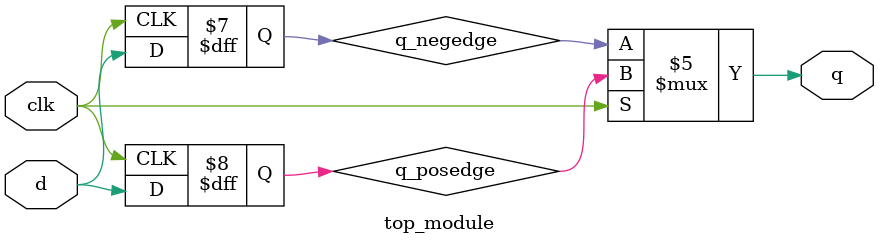
<source format=sv>
module top_module(
    input clk,
    input d,
    output reg q
);

reg q_posedge;
reg q_negedge;

always @(posedge clk) begin
    q_posedge <= d;
end

always @(negedge clk) begin
    q_negedge <= d;
end

always @(*) begin
    if (clk) begin
        q <= q_posedge;
    end else begin
        q <= q_negedge;
    end
end

endmodule

</source>
